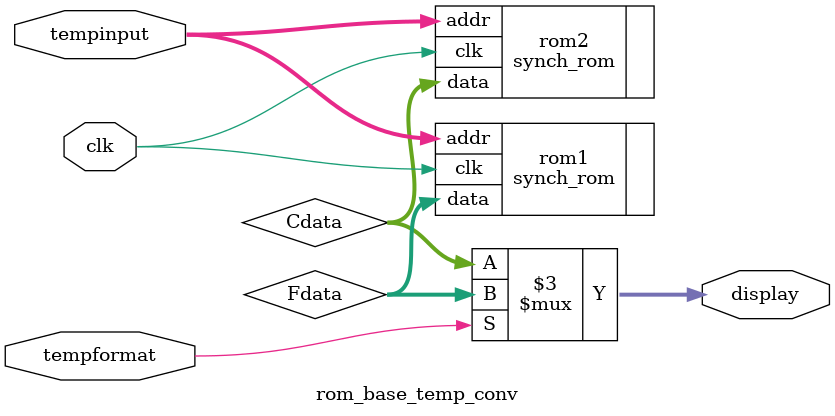
<source format=sv>
`timescale 1ns / 1ps


module rom_base_temp_conv(
    input logic clk,
    input logic [7:0] tempinput,
    input logic tempformat,
    output logic [7:0] display
    );
    
    logic [7:0] Fdata, Cdata;
    
    //instantiate roms
    //CtoF.mem
    synch_rom #(.FileName("CtoF.mem")) rom1 (
                .clk(clk),
                .addr(tempinput),
                .data(Fdata)
    );
    
    //FtoC.mem
    synch_rom #(.FileName("FtoC.mem")) rom2 (
                .clk(clk),
                .addr(tempinput),
                .data(Cdata)
    );
    
    always_comb
    begin
        if(tempformat)
            display = Fdata;
        else
            display = Cdata;
    end
    
endmodule

</source>
